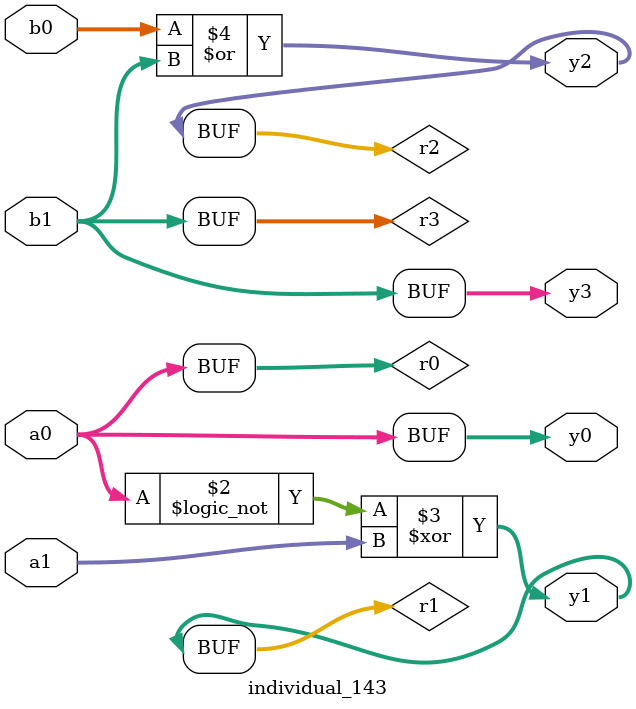
<source format=sv>
module individual_143(input logic [15:0] a1, input logic [15:0] a0, input logic [15:0] b1, input logic [15:0] b0, output logic [15:0] y3, output logic [15:0] y2, output logic [15:0] y1, output logic [15:0] y0);
logic [15:0] r0, r1, r2, r3; 
 always@(*) begin 
	 r0 = a0; r1 = a1; r2 = b0; r3 = b1; 
 	 r1 = ! r0 ;
 	 r1  ^=  a1 ;
 	 r2  |=  b1 ;
 	 y3 = r3; y2 = r2; y1 = r1; y0 = r0; 
end
endmodule
</source>
